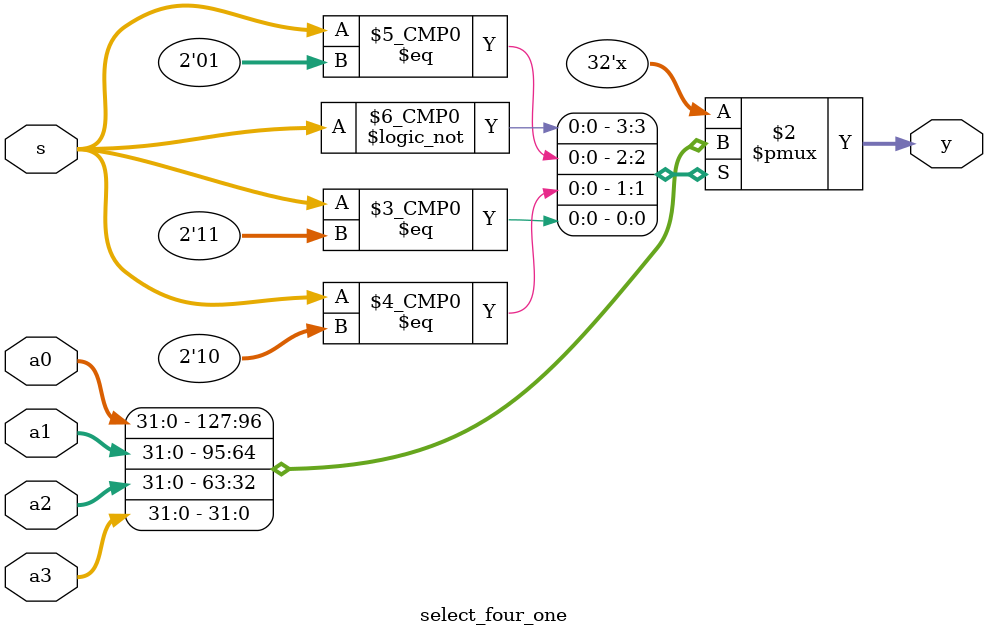
<source format=v>
`timescale 1ns / 1ps
module select_four_one(
	 input [31:0] a0,
    input [31:0] a1,
    input [31:0] a2,
    input [31:0] a3,
    input [1:0] s,
    output reg [31:0] y
    );
	 always@(a0,a1,a2,a3,s)
	 begin
	 case(s)
	     2'b00: y=a0;
		  2'b01: y=a1;
		  2'b10: y=a2;
		  2'b11: y=a3;
	 endcase
	 end
	 


endmodule


</source>
